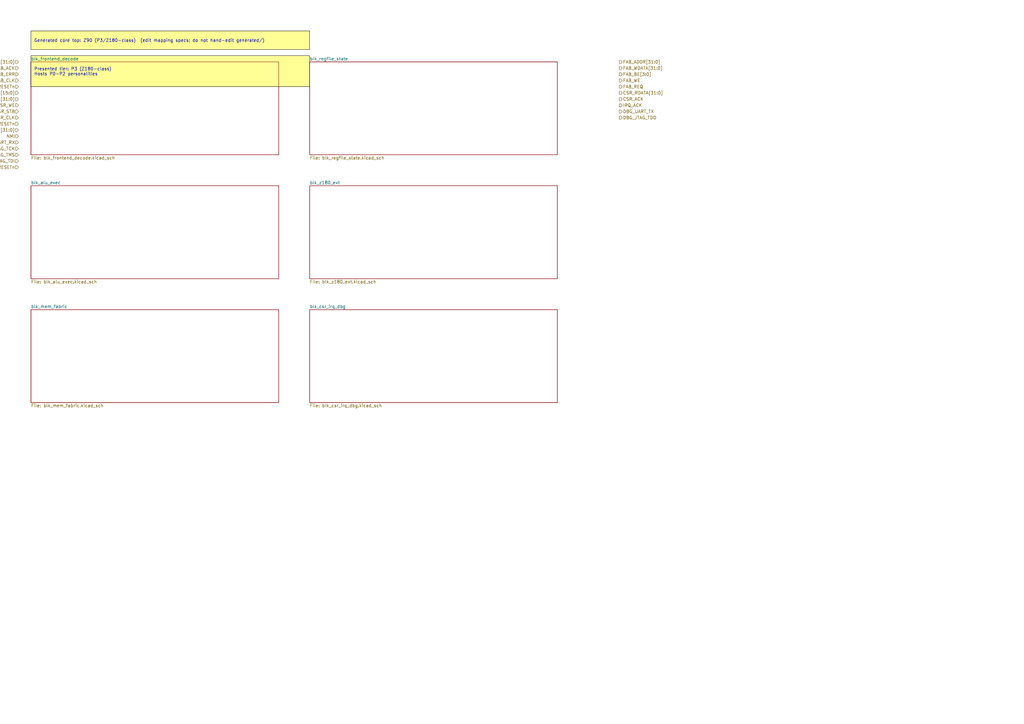
<source format=kicad_sch>
(kicad_sch
	(version 20250114)
	(generator "kicadgen")
	(generator_version "0.2")
	(uuid "513ea55a-9e34-57a5-8677-56105d8d1c95")
	(paper "A3")
	(title_block
		(title "Z90 (P3/Z180-class) (generated)")
		(company "Project Carbon")
		(comment 1 "Generated - do not edit in generated/")
		(comment 2 "Edit in schem/kicad9/manual/ or refine mapping specs")
	)
	(lib_symbols)
	(text_box
		"Generated core top: Z90 (P3/Z180-class)  (edit mapping specs; do not hand-edit generated/)"
		(exclude_from_sim no)
		(at
			12.7
			12.7
			0
		)
		(size 114.3 7.62)
		(margins
			1.27
			1.27
			1.27
			1.27
		)
		(stroke
			(width 0)
			(type default)
			(color
				0
				0
				0
				1
			)
		)
		(fill
			(type color)
			(color
				255
				255
				150
				1
			)
		)
		(effects
			(font
				(size 1.27 1.27)
			)
			(justify left)
		)
		(uuid "c3d005cc-47c3-50e2-9ff7-f3d1d67da64c")
	)
	(text_box
		"Presented tier: P3 (Z180-class)\nHosts P0-P2 personalities"
		(exclude_from_sim no)
		(at
			12.7
			22.86
			0
		)
		(size 114.3 12.7)
		(margins
			1.27
			1.27
			1.27
			1.27
		)
		(stroke
			(width 0)
			(type default)
			(color
				0
				0
				0
				1
			)
		)
		(fill
			(type color)
			(color
				255
				255
				150
				1
			)
		)
		(effects
			(font
				(size 1.27 1.27)
			)
			(justify left)
		)
		(uuid "413f818f-8933-508a-8d61-4d26c7e395e2")
	)
	(sheet
		(at 12.7 25.4)
		(size 101.6 38.1)
		(exclude_from_sim no)
		(in_bom yes)
		(on_board yes)
		(dnp no)
		(stroke
			(width 0)
			(type solid)
		)
		(fill
			(color
				0
				0
				0
				0
			)
		)
		(uuid "b4e38a82-a27c-55ca-9f6f-e30331780ab3")
		(property
			"Sheetname"
			"blk_frontend_decode"
			(at
				12.7
				24.13
				0
			)
			(effects
				(font
					(size 1.27 1.27)
				)
				(justify left)
			)
		)
		(property
			"Sheetfile"
			"blk_frontend_decode.kicad_sch"
			(at
				12.7
				64.77
				0
			)
			(effects
				(font
					(size 1.27 1.27)
				)
				(justify left)
			)
		)
		(instances
			(project
				"core_Z90"
				(path
					"/513ea55a-9e34-57a5-8677-56105d8d1c95"
					(page "2")
				)
			)
		)
	)
	(sheet
		(at 127 25.4)
		(size 101.6 38.1)
		(exclude_from_sim no)
		(in_bom yes)
		(on_board yes)
		(dnp no)
		(stroke
			(width 0)
			(type solid)
		)
		(fill
			(color
				0
				0
				0
				0
			)
		)
		(uuid "b7200a0f-dd11-5f5c-a5ac-f5326f0faf67")
		(property
			"Sheetname"
			"blk_regfile_state"
			(at
				127
				24.13
				0
			)
			(effects
				(font
					(size 1.27 1.27)
				)
				(justify left)
			)
		)
		(property
			"Sheetfile"
			"blk_regfile_state.kicad_sch"
			(at
				127
				64.77
				0
			)
			(effects
				(font
					(size 1.27 1.27)
				)
				(justify left)
			)
		)
		(instances
			(project
				"core_Z90"
				(path
					"/513ea55a-9e34-57a5-8677-56105d8d1c95"
					(page "3")
				)
			)
		)
	)
	(sheet
		(at 12.7 76.2)
		(size 101.6 38.1)
		(exclude_from_sim no)
		(in_bom yes)
		(on_board yes)
		(dnp no)
		(stroke
			(width 0)
			(type solid)
		)
		(fill
			(color
				0
				0
				0
				0
			)
		)
		(uuid "9b7e9271-2df8-5c63-98d3-396fe67b565e")
		(property
			"Sheetname"
			"blk_alu_exec"
			(at
				12.7
				74.93
				0
			)
			(effects
				(font
					(size 1.27 1.27)
				)
				(justify left)
			)
		)
		(property
			"Sheetfile"
			"blk_alu_exec.kicad_sch"
			(at
				12.7
				115.57
				0
			)
			(effects
				(font
					(size 1.27 1.27)
				)
				(justify left)
			)
		)
		(instances
			(project
				"core_Z90"
				(path
					"/513ea55a-9e34-57a5-8677-56105d8d1c95"
					(page "4")
				)
			)
		)
	)
	(sheet
		(at 127 76.2)
		(size 101.6 38.1)
		(exclude_from_sim no)
		(in_bom yes)
		(on_board yes)
		(dnp no)
		(stroke
			(width 0)
			(type solid)
		)
		(fill
			(color
				0
				0
				0
				0
			)
		)
		(uuid "c6accd93-7805-5344-a95c-9a9efdc82501")
		(property
			"Sheetname"
			"blk_z180_ext"
			(at
				127
				74.93
				0
			)
			(effects
				(font
					(size 1.27 1.27)
				)
				(justify left)
			)
		)
		(property
			"Sheetfile"
			"blk_z180_ext.kicad_sch"
			(at
				127
				115.57
				0
			)
			(effects
				(font
					(size 1.27 1.27)
				)
				(justify left)
			)
		)
		(instances
			(project
				"core_Z90"
				(path
					"/513ea55a-9e34-57a5-8677-56105d8d1c95"
					(page "5")
				)
			)
		)
	)
	(sheet
		(at 12.7 127)
		(size 101.6 38.1)
		(exclude_from_sim no)
		(in_bom yes)
		(on_board yes)
		(dnp no)
		(stroke
			(width 0)
			(type solid)
		)
		(fill
			(color
				0
				0
				0
				0
			)
		)
		(uuid "7cf0601f-9983-5a9b-8479-6878da6d80fc")
		(property
			"Sheetname"
			"blk_mem_fabric"
			(at
				12.7
				125.73
				0
			)
			(effects
				(font
					(size 1.27 1.27)
				)
				(justify left)
			)
		)
		(property
			"Sheetfile"
			"blk_mem_fabric.kicad_sch"
			(at
				12.7
				166.37
				0
			)
			(effects
				(font
					(size 1.27 1.27)
				)
				(justify left)
			)
		)
		(instances
			(project
				"core_Z90"
				(path
					"/513ea55a-9e34-57a5-8677-56105d8d1c95"
					(page "6")
				)
			)
		)
	)
	(sheet
		(at 127 127)
		(size 101.6 38.1)
		(exclude_from_sim no)
		(in_bom yes)
		(on_board yes)
		(dnp no)
		(stroke
			(width 0)
			(type solid)
		)
		(fill
			(color
				0
				0
				0
				0
			)
		)
		(uuid "21ea55c9-eb98-5da6-8763-f95be0217ed2")
		(property
			"Sheetname"
			"blk_csr_irq_dbg"
			(at
				127
				125.73
				0
			)
			(effects
				(font
					(size 1.27 1.27)
				)
				(justify left)
			)
		)
		(property
			"Sheetfile"
			"blk_csr_irq_dbg.kicad_sch"
			(at
				127
				166.37
				0
			)
			(effects
				(font
					(size 1.27 1.27)
				)
				(justify left)
			)
		)
		(instances
			(project
				"core_Z90"
				(path
					"/513ea55a-9e34-57a5-8677-56105d8d1c95"
					(page "7")
				)
			)
		)
	)
	(hierarchical_label
		"FAB_ADDR[31:0]"
		(shape output)
		(at
			254
			25.4
			0
		)
		(effects
			(font
				(size 1.27 1.27)
			)
			(justify left)
		)
		(uuid "0177a1da-63e4-584f-b92f-0987cbf0659c")
	)
	(hierarchical_label
		"FAB_WDATA[31:0]"
		(shape output)
		(at
			254
			27.94
			0
		)
		(effects
			(font
				(size 1.27 1.27)
			)
			(justify left)
		)
		(uuid "4a2c3af7-effd-57d3-b76f-c970039ad0e4")
	)
	(hierarchical_label
		"FAB_RDATA[31:0]"
		(shape input)
		(at
			7.62
			25.4
			180
		)
		(effects
			(font
				(size 1.27 1.27)
			)
			(justify right)
		)
		(uuid "a0dcad5f-4cfc-51c0-8c74-3680d2180a33")
	)
	(hierarchical_label
		"FAB_BE[3:0]"
		(shape output)
		(at
			254
			30.48
			0
		)
		(effects
			(font
				(size 1.27 1.27)
			)
			(justify left)
		)
		(uuid "1dba56c0-9863-5783-8989-4a54952d95bd")
	)
	(hierarchical_label
		"FAB_WE"
		(shape output)
		(at
			254
			33.02
			0
		)
		(effects
			(font
				(size 1.27 1.27)
			)
			(justify left)
		)
		(uuid "890ed246-254b-5635-91c0-61370d5af0a3")
	)
	(hierarchical_label
		"FAB_REQ"
		(shape output)
		(at
			254
			35.56
			0
		)
		(effects
			(font
				(size 1.27 1.27)
			)
			(justify left)
		)
		(uuid "8c05dc16-8710-5d66-ac71-472a7ec9fcf1")
	)
	(hierarchical_label
		"FAB_ACK"
		(shape input)
		(at
			7.62
			27.94
			180
		)
		(effects
			(font
				(size 1.27 1.27)
			)
			(justify right)
		)
		(uuid "4d77b16f-1a97-5f7f-a031-79b934b2b79c")
	)
	(hierarchical_label
		"FAB_ERR"
		(shape input)
		(at
			7.62
			30.48
			180
		)
		(effects
			(font
				(size 1.27 1.27)
			)
			(justify right)
		)
		(uuid "6803db8c-a53d-5f7a-b259-5bfe85674209")
	)
	(hierarchical_label
		"FAB_CLK"
		(shape input)
		(at
			7.62
			33.02
			180
		)
		(effects
			(font
				(size 1.27 1.27)
			)
			(justify right)
		)
		(uuid "25ec2ee9-ac42-5f89-a638-5431bf98962c")
	)
	(hierarchical_label
		"FAB_RESETn"
		(shape input)
		(at
			7.62
			35.56
			180
		)
		(effects
			(font
				(size 1.27 1.27)
			)
			(justify right)
		)
		(uuid "ec1db593-daa1-5b78-af60-e5709050b938")
	)
	(hierarchical_label
		"CSR_ADDR[15:0]"
		(shape input)
		(at
			7.62
			38.1
			180
		)
		(effects
			(font
				(size 1.27 1.27)
			)
			(justify right)
		)
		(uuid "d91dd229-8c2b-53da-b8c9-6a02f82cb8b9")
	)
	(hierarchical_label
		"CSR_WDATA[31:0]"
		(shape input)
		(at
			7.62
			40.64
			180
		)
		(effects
			(font
				(size 1.27 1.27)
			)
			(justify right)
		)
		(uuid "85bbf0f9-9234-5507-9cd5-0252150586d2")
	)
	(hierarchical_label
		"CSR_RDATA[31:0]"
		(shape output)
		(at
			254
			38.1
			0
		)
		(effects
			(font
				(size 1.27 1.27)
			)
			(justify left)
		)
		(uuid "6bf1f6ec-9495-57c7-b564-3be8c8c9d4f6")
	)
	(hierarchical_label
		"CSR_WE"
		(shape input)
		(at
			7.62
			43.18
			180
		)
		(effects
			(font
				(size 1.27 1.27)
			)
			(justify right)
		)
		(uuid "f7bbfa62-514d-5100-a35f-b45043db5c06")
	)
	(hierarchical_label
		"CSR_STB"
		(shape input)
		(at
			7.62
			45.72
			180
		)
		(effects
			(font
				(size 1.27 1.27)
			)
			(justify right)
		)
		(uuid "af0616ae-5aa3-5dc4-bf0a-80862b897ea6")
	)
	(hierarchical_label
		"CSR_ACK"
		(shape output)
		(at
			254
			40.64
			0
		)
		(effects
			(font
				(size 1.27 1.27)
			)
			(justify left)
		)
		(uuid "ecd7aa25-071c-5dc1-8149-97f2e94cc591")
	)
	(hierarchical_label
		"CSR_CLK"
		(shape input)
		(at
			7.62
			48.26
			180
		)
		(effects
			(font
				(size 1.27 1.27)
			)
			(justify right)
		)
		(uuid "ac3ae3fb-56e6-5f7f-ab89-c4027e5b2c23")
	)
	(hierarchical_label
		"CSR_RESETn"
		(shape input)
		(at
			7.62
			50.8
			180
		)
		(effects
			(font
				(size 1.27 1.27)
			)
			(justify right)
		)
		(uuid "801494db-93f7-5aae-aeeb-c083c5baa00d")
	)
	(hierarchical_label
		"IRQ[31:0]"
		(shape input)
		(at
			7.62
			53.34
			180
		)
		(effects
			(font
				(size 1.27 1.27)
			)
			(justify right)
		)
		(uuid "9c0f504f-7127-5668-ba83-b6b0a2af9513")
	)
	(hierarchical_label
		"NMI"
		(shape input)
		(at
			7.62
			55.88
			180
		)
		(effects
			(font
				(size 1.27 1.27)
			)
			(justify right)
		)
		(uuid "08e00e74-d456-5c47-bb6f-1a3aaf23389d")
	)
	(hierarchical_label
		"IRQ_ACK"
		(shape output)
		(at
			254
			43.18
			0
		)
		(effects
			(font
				(size 1.27 1.27)
			)
			(justify left)
		)
		(uuid "e149a8a1-8a02-51d7-8b0e-436b7f43a93a")
	)
	(hierarchical_label
		"DBG_UART_TX"
		(shape output)
		(at
			254
			45.72
			0
		)
		(effects
			(font
				(size 1.27 1.27)
			)
			(justify left)
		)
		(uuid "e0dc7feb-4423-5f22-8fc7-326425e60524")
	)
	(hierarchical_label
		"DBG_UART_RX"
		(shape input)
		(at
			7.62
			58.42
			180
		)
		(effects
			(font
				(size 1.27 1.27)
			)
			(justify right)
		)
		(uuid "b7f99d3c-dfab-5bbf-abb4-c77935995414")
	)
	(hierarchical_label
		"DBG_JTAG_TCK"
		(shape input)
		(at
			7.62
			60.96
			180
		)
		(effects
			(font
				(size 1.27 1.27)
			)
			(justify right)
		)
		(uuid "bb12be73-b323-57e8-bd34-02c86bee8b62")
	)
	(hierarchical_label
		"DBG_JTAG_TMS"
		(shape input)
		(at
			7.62
			63.5
			180
		)
		(effects
			(font
				(size 1.27 1.27)
			)
			(justify right)
		)
		(uuid "85a56acd-794f-5bd4-ba2a-cb64f99c6c40")
	)
	(hierarchical_label
		"DBG_JTAG_TDI"
		(shape input)
		(at
			7.62
			66.04
			180
		)
		(effects
			(font
				(size 1.27 1.27)
			)
			(justify right)
		)
		(uuid "8c6412b6-9b9d-5012-9232-ec49959d9ebd")
	)
	(hierarchical_label
		"DBG_JTAG_TDO"
		(shape output)
		(at
			254
			48.26
			0
		)
		(effects
			(font
				(size 1.27 1.27)
			)
			(justify left)
		)
		(uuid "be13729b-9adb-5a0e-a55a-ac0933049bc0")
	)
	(hierarchical_label
		"DBG_RESETn"
		(shape input)
		(at
			7.62
			68.58
			180
		)
		(effects
			(font
				(size 1.27 1.27)
			)
			(justify right)
		)
		(uuid "04278fbf-09d2-5aec-8ebc-8a64e57f5073")
	)
	(sheet_instances
		(path
			"/"
			(page "1")
		)
	)
	(embedded_fonts no)
)

</source>
